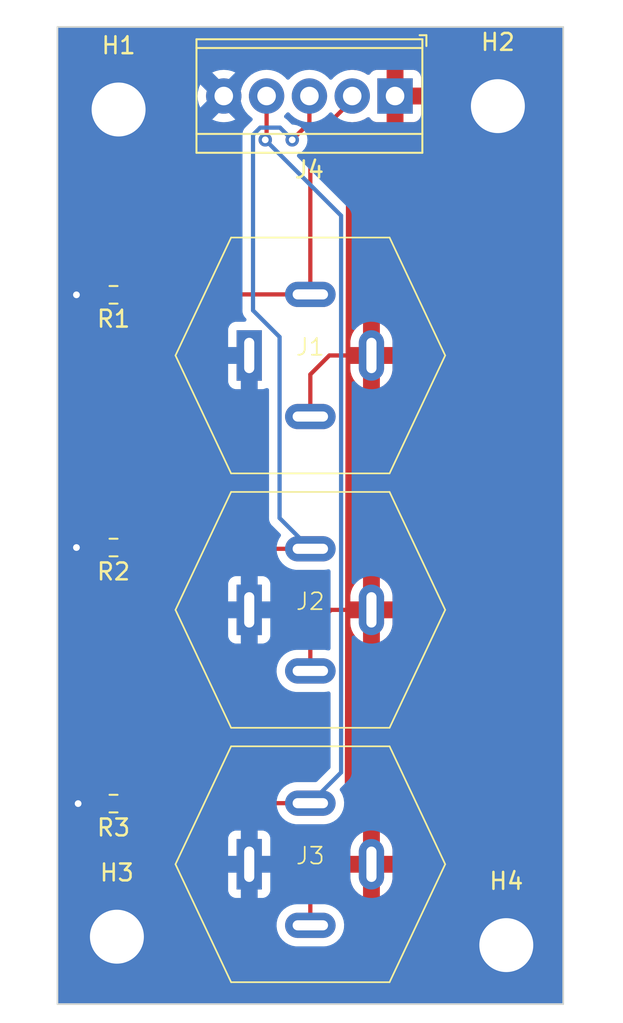
<source format=kicad_pcb>
(kicad_pcb (version 20221018) (generator pcbnew)
  (layers (0 "F.Cu" signal) (31 "B.Cu" signal) (34 "B.Paste" user) (35 "F.Paste" user) (36 "B.SilkS" user "B.Silkscreen") (37 "F.SilkS" user "F.Silkscreen") (38 "B.Mask" user) (39 "F.Mask" user) (44 "Edge.Cuts" user))
  (net 0 "")
  (net 1 "GND")
  (net 2 "+5V")
  (net 3 "Brake_BTN")
  (net 4 "RearLight_BTN")
  (net 5 "IND_BTN")
  (footprint "MountingHole:MountingHole_3.2mm_M3_DIN965_Pad" (layer "F.Cu") (at 130.3 54.3)
    (fp_text reference "H1" (at 0 -3.8) (layer "F.SilkS"))
    (fp_text value "MountingHole_Pad")
    (pad "1" thru_hole circle (at 0 0) (size 5.6 5.6) (drill 3.2) (layers "*.Cu" "*.Mask") (net 1 "GND"))
  )
  (footprint "Resistor_SMD:R_0603_1608Metric" (layer "F.Cu") (at 130 65.3 180)
    (fp_text reference "R1" (at 0 -1.43) (layer "F.SilkS"))
    (fp_text value "10k")
    (fp_line (start -0.237258 -0.5225) (end 0.237258 -0.5225) (stroke (width 0.12)) (layer "F.SilkS"))
    (fp_line (start -0.237258 0.5225) (end 0.237258 0.5225) (stroke (width 0.12)) (layer "F.SilkS"))
    (pad "1" smd roundrect (at -0.825 0 180) (size 0.8 0.95) (layers "F.Cu" "F.Paste" "F.Mask") (net 3 "Brake_BTN"))
    (pad "2" smd roundrect (at 0.825 0 180) (size 0.8 0.95) (layers "F.Cu" "F.Paste" "F.Mask") (net 1 "GND"))
  )
  (footprint "Resistor_SMD:R_0603_1608Metric" (layer "F.Cu") (at 130 80.3 180)
    (fp_text reference "R2" (at 0 -1.43) (layer "F.SilkS"))
    (fp_text value "10k")
    (fp_line (start -0.237258 -0.5225) (end 0.237258 -0.5225) (stroke (width 0.12)) (layer "F.SilkS"))
    (fp_line (start -0.237258 0.5225) (end 0.237258 0.5225) (stroke (width 0.12)) (layer "F.SilkS"))
    (pad "1" smd roundrect (at -0.825 0 180) (size 0.8 0.95) (layers "F.Cu" "F.Paste" "F.Mask") (net 4 "RearLight_BTN"))
    (pad "2" smd roundrect (at 0.825 0 180) (size 0.8 0.95) (layers "F.Cu" "F.Paste" "F.Mask") (net 1 "GND"))
  )
  (footprint "Resistor_SMD:R_0603_1608Metric" (layer "F.Cu") (at 130 95.5 180)
    (fp_text reference "R3" (at 0 -1.43) (layer "F.SilkS"))
    (fp_text value "10k")
    (fp_line (start -0.237258 -0.5225) (end 0.237258 -0.5225) (stroke (width 0.12)) (layer "F.SilkS"))
    (fp_line (start -0.237258 0.5225) (end 0.237258 0.5225) (stroke (width 0.12)) (layer "F.SilkS"))
    (pad "1" smd roundrect (at -0.825 0 180) (size 0.8 0.95) (layers "F.Cu" "F.Paste" "F.Mask") (net 5 "IND_BTN"))
    (pad "2" smd roundrect (at 0.825 0 180) (size 0.8 0.95) (layers "F.Cu" "F.Paste" "F.Mask") (net 1 "GND"))
  )
  (footprint "Button_Switch:5V_LED_BTN" (layer "F.Cu") (at 141.675 68.9)
    (fp_text reference "J1" (at 0 -0.5 unlocked) (layer "F.SilkS") (effects (font (thickness 0.1))))
    (fp_text value "~")
    (fp_line (start -8 0) (end -4.7 7) (stroke (width 0.1)) (layer "F.SilkS"))
    (fp_line (start -4.7 -7) (end -8 0) (stroke (width 0.1)) (layer "F.SilkS"))
    (fp_line (start -4.7 -7) (end 4.7 -7) (stroke (width 0.1)) (layer "F.SilkS"))
    (fp_line (start -4.7 7) (end 4.7 7) (stroke (width 0.1)) (layer "F.SilkS"))
    (fp_line (start 4.7 -7) (end 8 0) (stroke (width 0.1)) (layer "F.SilkS"))
    (fp_line (start 4.7 7) (end 8 0) (stroke (width 0.1)) (layer "F.SilkS"))
    (pad "1" thru_hole rect (at -3.625 0 90) (size 3 1.5) (drill oval 2.1 0.6) (layers "*.Cu" "*.Mask") (net 1 "GND"))
    (pad "2" thru_hole oval (at 3.625 0 90) (size 3 1.5) (drill oval 2.1 0.6) (layers "*.Cu" "*.Mask") (net 2 "+5V"))
    (pad "3" thru_hole oval (at 0 -3.625) (size 3 1.5) (drill oval 2.1 0.6) (layers "*.Cu" "*.Mask") (net 3 "Brake_BTN"))
    (pad "4" thru_hole oval (at 0 3.625) (size 3 1.5) (drill oval 2.1 0.6) (layers "*.Cu" "*.Mask") (net 2 "+5V"))
  )
  (footprint "TerminalBlock_TE-Connectivity:TerminalBlock_TE_282834-5_1x05_P2.54mm_Horizontal" (layer "F.Cu") (at 146.7 53.5 180)
    (fp_text reference "J4" (at 5.08 -4.37) (layer "F.SilkS"))
    (fp_text value "Screw_Terminal_01x05")
    (fp_line (start -1.86 2.97) (end -1.86 3.61) (stroke (width 0.12)) (layer "F.SilkS"))
    (fp_line (start -1.86 3.61) (end -1.46 3.61) (stroke (width 0.12)) (layer "F.SilkS"))
    (fp_line (start -1.62 -3.37) (end -1.62 3.37) (stroke (width 0.12)) (layer "F.SilkS"))
    (fp_line (start -1.62 -3.37) (end 11.78 -3.37) (stroke (width 0.12)) (layer "F.SilkS"))
    (fp_line (start -1.62 -2.25) (end 11.78 -2.25) (stroke (width 0.12)) (layer "F.SilkS"))
    (fp_line (start -1.62 2.85) (end 11.78 2.85) (stroke (width 0.12)) (layer "F.SilkS"))
    (fp_line (start -1.62 3.37) (end 11.78 3.37) (stroke (width 0.12)) (layer "F.SilkS"))
    (fp_line (start 11.78 -3.37) (end 11.78 3.37) (stroke (width 0.12)) (layer "F.SilkS"))
    (pad "1" thru_hole rect (at 0 0 180) (size 2.1 2.1) (drill 1.1) (layers "*.Cu" "*.Mask") (net 2 "+5V"))
    (pad "2" thru_hole circle (at 2.54 0 180) (size 2.1 2.1) (drill 1.1) (layers "*.Cu" "*.Mask") (net 3 "Brake_BTN"))
    (pad "3" thru_hole circle (at 5.08 0 180) (size 2.1 2.1) (drill 1.1) (layers "*.Cu" "*.Mask") (net 4 "RearLight_BTN"))
    (pad "4" thru_hole circle (at 7.62 0 180) (size 2.1 2.1) (drill 1.1) (layers "*.Cu" "*.Mask") (net 5 "IND_BTN"))
    (pad "5" thru_hole circle (at 10.16 0 180) (size 2.1 2.1) (drill 1.1) (layers "*.Cu" "*.Mask") (net 1 "GND"))
  )
  (footprint "Button_Switch:5V_LED_BTN" (layer "F.Cu") (at 141.675 84)
    (fp_text reference "J2" (at 0 -0.5 unlocked) (layer "F.SilkS") (effects (font (thickness 0.1))))
    (fp_text value "~")
    (fp_line (start -8 0) (end -4.7 7) (stroke (width 0.1)) (layer "F.SilkS"))
    (fp_line (start -4.7 -7) (end -8 0) (stroke (width 0.1)) (layer "F.SilkS"))
    (fp_line (start -4.7 -7) (end 4.7 -7) (stroke (width 0.1)) (layer "F.SilkS"))
    (fp_line (start -4.7 7) (end 4.7 7) (stroke (width 0.1)) (layer "F.SilkS"))
    (fp_line (start 4.7 -7) (end 8 0) (stroke (width 0.1)) (layer "F.SilkS"))
    (fp_line (start 4.7 7) (end 8 0) (stroke (width 0.1)) (layer "F.SilkS"))
    (pad "1" thru_hole rect (at -3.625 0 90) (size 3 1.5) (drill oval 2.1 0.6) (layers "*.Cu" "*.Mask") (net 1 "GND"))
    (pad "2" thru_hole oval (at 3.625 0 90) (size 3 1.5) (drill oval 2.1 0.6) (layers "*.Cu" "*.Mask") (net 2 "+5V"))
    (pad "3" thru_hole oval (at 0 -3.625) (size 3 1.5) (drill oval 2.1 0.6) (layers "*.Cu" "*.Mask") (net 4 "RearLight_BTN"))
    (pad "4" thru_hole oval (at 0 3.625) (size 3 1.5) (drill oval 2.1 0.6) (layers "*.Cu" "*.Mask") (net 2 "+5V"))
  )
  (footprint "MountingHole:MountingHole_3.2mm_M3_DIN965_Pad" (layer "F.Cu") (at 130.2 103.4)
    (fp_text reference "H3" (at 0 -3.8) (layer "F.SilkS"))
    (fp_text value "MountingHole_Pad")
    (pad "1" thru_hole circle (at 0 0) (size 5.6 5.6) (drill 3.2) (layers "*.Cu" "*.Mask") (net 1 "GND"))
  )
  (footprint "MountingHole:MountingHole_3.2mm_M3_DIN965_Pad" (layer "F.Cu") (at 153.3 103.9)
    (fp_text reference "H4" (at 0 -3.8) (layer "F.SilkS"))
    (fp_text value "MountingHole_Pad")
    (pad "1" thru_hole circle (at 0 0) (size 5.6 5.6) (drill 3.2) (layers "*.Cu" "*.Mask") (net 1 "GND"))
  )
  (footprint "MountingHole:MountingHole_3.2mm_M3_DIN965_Pad" (layer "F.Cu") (at 152.8 54.1)
    (fp_text reference "H2" (at 0 -3.8) (layer "F.SilkS"))
    (fp_text value "MountingHole_Pad")
    (pad "1" thru_hole circle (at 0 0) (size 5.6 5.6) (drill 3.2) (layers "*.Cu" "*.Mask") (net 1 "GND"))
  )
  (footprint "Button_Switch:5V_LED_BTN" (layer "F.Cu") (at 141.675 99.1)
    (fp_text reference "J3" (at 0 -0.5 unlocked) (layer "F.SilkS") (effects (font (thickness 0.1))))
    (fp_text value "~")
    (fp_line (start -8 0) (end -4.7 7) (stroke (width 0.1)) (layer "F.SilkS"))
    (fp_line (start -4.7 -7) (end -8 0) (stroke (width 0.1)) (layer "F.SilkS"))
    (fp_line (start -4.7 -7) (end 4.7 -7) (stroke (width 0.1)) (layer "F.SilkS"))
    (fp_line (start -4.7 7) (end 4.7 7) (stroke (width 0.1)) (layer "F.SilkS"))
    (fp_line (start 4.7 -7) (end 8 0) (stroke (width 0.1)) (layer "F.SilkS"))
    (fp_line (start 4.7 7) (end 8 0) (stroke (width 0.1)) (layer "F.SilkS"))
    (pad "1" thru_hole rect (at -3.625 0 90) (size 3 1.5) (drill oval 2.1 0.6) (layers "*.Cu" "*.Mask") (net 1 "GND"))
    (pad "2" thru_hole oval (at 3.625 0 90) (size 3 1.5) (drill oval 2.1 0.6) (layers "*.Cu" "*.Mask") (net 2 "+5V"))
    (pad "3" thru_hole oval (at 0 -3.625) (size 3 1.5) (drill oval 2.1 0.6) (layers "*.Cu" "*.Mask") (net 5 "IND_BTN"))
    (pad "4" thru_hole oval (at 0 3.625) (size 3 1.5) (drill oval 2.1 0.6) (layers "*.Cu" "*.Mask") (net 2 "+5V"))
  )
  (gr_line (start 126.675 107.4) (end 126.675 49.4) (stroke (width 0.1)) (layer "Edge.Cuts"))
  (gr_line (start 156.675 107.4) (end 126.675 107.4) (stroke (width 0.1)) (layer "Edge.Cuts"))
  (gr_line (start 156.675 49.4) (end 156.675 107.4) (stroke (width 0.1)) (layer "Edge.Cuts"))
  (gr_line (start 126.675 49.4) (end 156.675 49.4) (stroke (width 0.1)) (layer "Edge.Cuts"))
  (segment (start 129.175 65.3) (end 127.8 65.3) (width 0.25) (layer "F.Cu") (net 1))
  (segment (start 129.175 95.5) (end 127.9 95.5) (width 0.25) (layer "F.Cu") (net 1))
  (segment (start 129.175 80.3) (end 127.8 80.3) (width 0.25) (layer "F.Cu") (net 1))
  (via (at 127.8 65.3) (size 0.8) (drill 0.4) (layers "F.Cu" "B.Cu") (net 1))
  (via (at 127.8 80.3) (size 0.8) (drill 0.4) (layers "F.Cu" "B.Cu") (net 1))
  (via (at 127.9 95.5) (size 0.8) (drill 0.4) (layers "F.Cu" "B.Cu") (net 1))
  (segment (start 142.4 99.1) (end 145.3 99.1) (width 0.25) (layer "F.Cu") (net 2))
  (segment (start 141.675 72.525) (end 141.675 70.025) (width 0.25) (layer "F.Cu") (net 2))
  (segment (start 141.675 87.625) (end 141.675 85.225) (width 0.25) (layer "F.Cu") (net 2))
  (segment (start 141.675 102.725) (end 141.675 99.825) (width 0.25) (layer "F.Cu") (net 2))
  (segment (start 142.8 68.9) (end 145.3 68.9) (width 0.25) (layer "F.Cu") (net 2))
  (segment (start 141.675 99.825) (end 142.4 99.1) (width 0.25) (layer "F.Cu") (net 2))
  (segment (start 141.675 85.225) (end 142.9 84) (width 0.25) (layer "F.Cu") (net 2))
  (segment (start 142.9 84) (end 145.3 84) (width 0.25) (layer "F.Cu") (net 2))
  (segment (start 141.675 70.025) (end 142.8 68.9) (width 0.25) (layer "F.Cu") (net 2))
  (segment (start 130.825 65.3) (end 130.85 65.275) (width 0.25) (layer "F.Cu") (net 3))
  (segment (start 141.675 56.225) (end 141.675 65.275) (width 0.25) (layer "F.Cu") (net 3))
  (segment (start 144.16 53.74) (end 141.675 56.225) (width 0.25) (layer "F.Cu") (net 3))
  (segment (start 144.16 53.5) (end 144.16 53.74) (width 0.25) (layer "F.Cu") (net 3))
  (segment (start 130.85 65.275) (end 141.675 65.275) (width 0.25) (layer "F.Cu") (net 3))
  (segment (start 130.9 80.375) (end 141.675 80.375) (width 0.25) (layer "F.Cu") (net 4))
  (segment (start 141.62 53.5) (end 141.62 55.08) (width 0.25) (layer "F.Cu") (net 4))
  (segment (start 130.825 80.3) (end 130.9 80.375) (width 0.25) (layer "F.Cu") (net 4))
  (segment (start 141.62 55.08) (end 140.6 56.1) (width 0.25) (layer "F.Cu") (net 4))
  (via (at 140.6 56.1) (size 0.8) (drill 0.4) (layers "F.Cu" "B.Cu") (net 4))
  (segment (start 140.6 56.1) (end 139.875 55.375) (width 0.25) (layer "B.Cu") (net 4))
  (segment (start 138.275 55.799695) (end 138.275 66.225) (width 0.25) (layer "B.Cu") (net 4))
  (segment (start 139.875 55.375) (end 138.699695 55.375) (width 0.25) (layer "B.Cu") (net 4))
  (segment (start 138.699695 55.375) (end 138.275 55.799695) (width 0.25) (layer "B.Cu") (net 4))
  (segment (start 139.85 67.8) (end 139.85 78.55) (width 0.25) (layer "B.Cu") (net 4))
  (segment (start 138.275 66.225) (end 139.85 67.8) (width 0.25) (layer "B.Cu") (net 4))
  (segment (start 139.85 78.55) (end 141.675 80.375) (width 0.25) (layer "B.Cu") (net 4))
  (segment (start 130.825 95.5) (end 130.85 95.475) (width 0.25) (layer "F.Cu") (net 5))
  (segment (start 130.85 95.475) (end 141.675 95.475) (width 0.25) (layer "F.Cu") (net 5))
  (segment (start 139.08 53.5) (end 139.08 56.02) (width 0.25) (layer "F.Cu") (net 5))
  (segment (start 139.08 56.02) (end 139 56.1) (width 0.25) (layer "F.Cu") (net 5))
  (via (at 139 56.1) (size 0.8) (drill 0.4) (layers "F.Cu" "B.Cu") (net 5))
  (segment (start 143.5 93.65) (end 141.675 95.475) (width 0.25) (layer "B.Cu") (net 5))
  (segment (start 139 56.1) (end 143.5 60.6) (width 0.25) (layer "B.Cu") (net 5))
  (segment (start 143.5 60.6) (end 143.5 93.65) (width 0.25) (layer "B.Cu") (net 5))
  (zone (net 2) (net_name "+5V") (layer "F.Cu") (priority 1) (connect_pads (clearance 0.5)) (min_thickness 0.25) (fill yes (thermal_gap 0.5) (thermal_bridge_width 1))
    (polygon (pts (xy 143.8 51.3) (xy 148.7 51.3) (xy 148.8 104.2) (xy 143.7 104.2)))
  )
  (zone (net 1) (net_name "GND") (layer "B.Cu") (connect_pads (clearance 0.5)) (min_thickness 0.25) (fill yes (thermal_gap 0.5) (thermal_bridge_width 1))
    (polygon (pts (xy 125 47.8) (xy 157.9 47.8) (xy 157.9 108.1) (xy 124.9 108.1)))
  )
)
</source>
